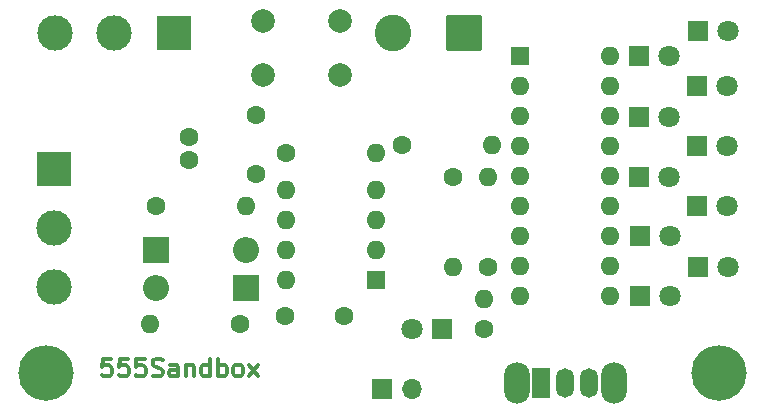
<source format=gts>
G04 #@! TF.GenerationSoftware,KiCad,Pcbnew,8.0.1*
G04 #@! TF.CreationDate,2024-04-15T15:14:11+08:00*
G04 #@! TF.ProjectId,555Sandbox,35353553-616e-4646-926f-782e6b696361,rev?*
G04 #@! TF.SameCoordinates,Original*
G04 #@! TF.FileFunction,Soldermask,Top*
G04 #@! TF.FilePolarity,Negative*
%FSLAX46Y46*%
G04 Gerber Fmt 4.6, Leading zero omitted, Abs format (unit mm)*
G04 Created by KiCad (PCBNEW 8.0.1) date 2024-04-15 15:14:11*
%MOMM*%
%LPD*%
G01*
G04 APERTURE LIST*
G04 Aperture macros list*
%AMRoundRect*
0 Rectangle with rounded corners*
0 $1 Rounding radius*
0 $2 $3 $4 $5 $6 $7 $8 $9 X,Y pos of 4 corners*
0 Add a 4 corners polygon primitive as box body*
4,1,4,$2,$3,$4,$5,$6,$7,$8,$9,$2,$3,0*
0 Add four circle primitives for the rounded corners*
1,1,$1+$1,$2,$3*
1,1,$1+$1,$4,$5*
1,1,$1+$1,$6,$7*
1,1,$1+$1,$8,$9*
0 Add four rect primitives between the rounded corners*
20,1,$1+$1,$2,$3,$4,$5,0*
20,1,$1+$1,$4,$5,$6,$7,0*
20,1,$1+$1,$6,$7,$8,$9,0*
20,1,$1+$1,$8,$9,$2,$3,0*%
G04 Aperture macros list end*
%ADD10C,0.300000*%
%ADD11R,1.600000X1.600000*%
%ADD12O,1.600000X1.600000*%
%ADD13R,1.800000X1.800000*%
%ADD14C,1.800000*%
%ADD15O,2.200000X3.500000*%
%ADD16R,1.500000X2.500000*%
%ADD17O,1.500000X2.500000*%
%ADD18R,1.700000X1.700000*%
%ADD19O,1.700000X1.700000*%
%ADD20C,1.600000*%
%ADD21R,2.200000X2.200000*%
%ADD22O,2.200000X2.200000*%
%ADD23C,2.000000*%
%ADD24RoundRect,0.249999X1.300001X1.300001X-1.300001X1.300001X-1.300001X-1.300001X1.300001X-1.300001X0*%
%ADD25C,3.100000*%
%ADD26C,4.700000*%
%ADD27R,3.000000X3.000000*%
%ADD28C,3.000000*%
G04 APERTURE END LIST*
D10*
X84268796Y-96300828D02*
X83554510Y-96300828D01*
X83554510Y-96300828D02*
X83483082Y-97015114D01*
X83483082Y-97015114D02*
X83554510Y-96943685D01*
X83554510Y-96943685D02*
X83697368Y-96872257D01*
X83697368Y-96872257D02*
X84054510Y-96872257D01*
X84054510Y-96872257D02*
X84197368Y-96943685D01*
X84197368Y-96943685D02*
X84268796Y-97015114D01*
X84268796Y-97015114D02*
X84340225Y-97157971D01*
X84340225Y-97157971D02*
X84340225Y-97515114D01*
X84340225Y-97515114D02*
X84268796Y-97657971D01*
X84268796Y-97657971D02*
X84197368Y-97729400D01*
X84197368Y-97729400D02*
X84054510Y-97800828D01*
X84054510Y-97800828D02*
X83697368Y-97800828D01*
X83697368Y-97800828D02*
X83554510Y-97729400D01*
X83554510Y-97729400D02*
X83483082Y-97657971D01*
X85697367Y-96300828D02*
X84983081Y-96300828D01*
X84983081Y-96300828D02*
X84911653Y-97015114D01*
X84911653Y-97015114D02*
X84983081Y-96943685D01*
X84983081Y-96943685D02*
X85125939Y-96872257D01*
X85125939Y-96872257D02*
X85483081Y-96872257D01*
X85483081Y-96872257D02*
X85625939Y-96943685D01*
X85625939Y-96943685D02*
X85697367Y-97015114D01*
X85697367Y-97015114D02*
X85768796Y-97157971D01*
X85768796Y-97157971D02*
X85768796Y-97515114D01*
X85768796Y-97515114D02*
X85697367Y-97657971D01*
X85697367Y-97657971D02*
X85625939Y-97729400D01*
X85625939Y-97729400D02*
X85483081Y-97800828D01*
X85483081Y-97800828D02*
X85125939Y-97800828D01*
X85125939Y-97800828D02*
X84983081Y-97729400D01*
X84983081Y-97729400D02*
X84911653Y-97657971D01*
X87125938Y-96300828D02*
X86411652Y-96300828D01*
X86411652Y-96300828D02*
X86340224Y-97015114D01*
X86340224Y-97015114D02*
X86411652Y-96943685D01*
X86411652Y-96943685D02*
X86554510Y-96872257D01*
X86554510Y-96872257D02*
X86911652Y-96872257D01*
X86911652Y-96872257D02*
X87054510Y-96943685D01*
X87054510Y-96943685D02*
X87125938Y-97015114D01*
X87125938Y-97015114D02*
X87197367Y-97157971D01*
X87197367Y-97157971D02*
X87197367Y-97515114D01*
X87197367Y-97515114D02*
X87125938Y-97657971D01*
X87125938Y-97657971D02*
X87054510Y-97729400D01*
X87054510Y-97729400D02*
X86911652Y-97800828D01*
X86911652Y-97800828D02*
X86554510Y-97800828D01*
X86554510Y-97800828D02*
X86411652Y-97729400D01*
X86411652Y-97729400D02*
X86340224Y-97657971D01*
X87768795Y-97729400D02*
X87983081Y-97800828D01*
X87983081Y-97800828D02*
X88340223Y-97800828D01*
X88340223Y-97800828D02*
X88483081Y-97729400D01*
X88483081Y-97729400D02*
X88554509Y-97657971D01*
X88554509Y-97657971D02*
X88625938Y-97515114D01*
X88625938Y-97515114D02*
X88625938Y-97372257D01*
X88625938Y-97372257D02*
X88554509Y-97229400D01*
X88554509Y-97229400D02*
X88483081Y-97157971D01*
X88483081Y-97157971D02*
X88340223Y-97086542D01*
X88340223Y-97086542D02*
X88054509Y-97015114D01*
X88054509Y-97015114D02*
X87911652Y-96943685D01*
X87911652Y-96943685D02*
X87840223Y-96872257D01*
X87840223Y-96872257D02*
X87768795Y-96729400D01*
X87768795Y-96729400D02*
X87768795Y-96586542D01*
X87768795Y-96586542D02*
X87840223Y-96443685D01*
X87840223Y-96443685D02*
X87911652Y-96372257D01*
X87911652Y-96372257D02*
X88054509Y-96300828D01*
X88054509Y-96300828D02*
X88411652Y-96300828D01*
X88411652Y-96300828D02*
X88625938Y-96372257D01*
X89911652Y-97800828D02*
X89911652Y-97015114D01*
X89911652Y-97015114D02*
X89840223Y-96872257D01*
X89840223Y-96872257D02*
X89697366Y-96800828D01*
X89697366Y-96800828D02*
X89411652Y-96800828D01*
X89411652Y-96800828D02*
X89268794Y-96872257D01*
X89911652Y-97729400D02*
X89768794Y-97800828D01*
X89768794Y-97800828D02*
X89411652Y-97800828D01*
X89411652Y-97800828D02*
X89268794Y-97729400D01*
X89268794Y-97729400D02*
X89197366Y-97586542D01*
X89197366Y-97586542D02*
X89197366Y-97443685D01*
X89197366Y-97443685D02*
X89268794Y-97300828D01*
X89268794Y-97300828D02*
X89411652Y-97229400D01*
X89411652Y-97229400D02*
X89768794Y-97229400D01*
X89768794Y-97229400D02*
X89911652Y-97157971D01*
X90625937Y-96800828D02*
X90625937Y-97800828D01*
X90625937Y-96943685D02*
X90697366Y-96872257D01*
X90697366Y-96872257D02*
X90840223Y-96800828D01*
X90840223Y-96800828D02*
X91054509Y-96800828D01*
X91054509Y-96800828D02*
X91197366Y-96872257D01*
X91197366Y-96872257D02*
X91268795Y-97015114D01*
X91268795Y-97015114D02*
X91268795Y-97800828D01*
X92625938Y-97800828D02*
X92625938Y-96300828D01*
X92625938Y-97729400D02*
X92483080Y-97800828D01*
X92483080Y-97800828D02*
X92197366Y-97800828D01*
X92197366Y-97800828D02*
X92054509Y-97729400D01*
X92054509Y-97729400D02*
X91983080Y-97657971D01*
X91983080Y-97657971D02*
X91911652Y-97515114D01*
X91911652Y-97515114D02*
X91911652Y-97086542D01*
X91911652Y-97086542D02*
X91983080Y-96943685D01*
X91983080Y-96943685D02*
X92054509Y-96872257D01*
X92054509Y-96872257D02*
X92197366Y-96800828D01*
X92197366Y-96800828D02*
X92483080Y-96800828D01*
X92483080Y-96800828D02*
X92625938Y-96872257D01*
X93340223Y-97800828D02*
X93340223Y-96300828D01*
X93340223Y-96872257D02*
X93483081Y-96800828D01*
X93483081Y-96800828D02*
X93768795Y-96800828D01*
X93768795Y-96800828D02*
X93911652Y-96872257D01*
X93911652Y-96872257D02*
X93983081Y-96943685D01*
X93983081Y-96943685D02*
X94054509Y-97086542D01*
X94054509Y-97086542D02*
X94054509Y-97515114D01*
X94054509Y-97515114D02*
X93983081Y-97657971D01*
X93983081Y-97657971D02*
X93911652Y-97729400D01*
X93911652Y-97729400D02*
X93768795Y-97800828D01*
X93768795Y-97800828D02*
X93483081Y-97800828D01*
X93483081Y-97800828D02*
X93340223Y-97729400D01*
X94911652Y-97800828D02*
X94768795Y-97729400D01*
X94768795Y-97729400D02*
X94697366Y-97657971D01*
X94697366Y-97657971D02*
X94625938Y-97515114D01*
X94625938Y-97515114D02*
X94625938Y-97086542D01*
X94625938Y-97086542D02*
X94697366Y-96943685D01*
X94697366Y-96943685D02*
X94768795Y-96872257D01*
X94768795Y-96872257D02*
X94911652Y-96800828D01*
X94911652Y-96800828D02*
X95125938Y-96800828D01*
X95125938Y-96800828D02*
X95268795Y-96872257D01*
X95268795Y-96872257D02*
X95340224Y-96943685D01*
X95340224Y-96943685D02*
X95411652Y-97086542D01*
X95411652Y-97086542D02*
X95411652Y-97515114D01*
X95411652Y-97515114D02*
X95340224Y-97657971D01*
X95340224Y-97657971D02*
X95268795Y-97729400D01*
X95268795Y-97729400D02*
X95125938Y-97800828D01*
X95125938Y-97800828D02*
X94911652Y-97800828D01*
X95911652Y-97800828D02*
X96697367Y-96800828D01*
X95911652Y-96800828D02*
X96697367Y-97800828D01*
D11*
X106700000Y-89600000D03*
D12*
X106700000Y-87060000D03*
X106700000Y-84520000D03*
X106700000Y-81980000D03*
X99080000Y-81980000D03*
X99080000Y-84520000D03*
X99080000Y-87060000D03*
X99080000Y-89600000D03*
D13*
X128990000Y-75800000D03*
D14*
X131530000Y-75800000D03*
D15*
X118600000Y-98400000D03*
X126800000Y-98400000D03*
D16*
X120700000Y-98400000D03*
D17*
X122700000Y-98400000D03*
X124700000Y-98400000D03*
D18*
X107220000Y-98900000D03*
D19*
X109760000Y-98900000D03*
D13*
X112300000Y-93800000D03*
D14*
X109760000Y-93800000D03*
D20*
X113200000Y-80880000D03*
D12*
X113200000Y-88500000D03*
D21*
X88090000Y-87100000D03*
D22*
X95710000Y-87100000D03*
D23*
X97150000Y-67750000D03*
X103650000Y-67750000D03*
X97150000Y-72250000D03*
X103650000Y-72250000D03*
D20*
X90900000Y-77500000D03*
X90900000Y-79500000D03*
D13*
X133890000Y-73200000D03*
D14*
X136430000Y-73200000D03*
D20*
X95200000Y-93400000D03*
D12*
X87580000Y-93400000D03*
D20*
X115800000Y-93800000D03*
D12*
X115800000Y-91260000D03*
D13*
X133890000Y-83400000D03*
D14*
X136430000Y-83400000D03*
D11*
X118880000Y-70700000D03*
D12*
X118880000Y-73240000D03*
X118880000Y-75780000D03*
X118880000Y-78320000D03*
X118880000Y-80860000D03*
X118880000Y-83400000D03*
X118880000Y-85940000D03*
X118880000Y-88480000D03*
X118880000Y-91020000D03*
X126500000Y-91020000D03*
X126500000Y-88480000D03*
X126500000Y-85940000D03*
X126500000Y-83400000D03*
X126500000Y-80860000D03*
X126500000Y-78320000D03*
X126500000Y-75780000D03*
X126500000Y-73240000D03*
X126500000Y-70700000D03*
D13*
X133925000Y-88500000D03*
D14*
X136465000Y-88500000D03*
D20*
X108890000Y-78200000D03*
D12*
X116510000Y-78200000D03*
D24*
X114100000Y-68750000D03*
D25*
X108100000Y-68750000D03*
D20*
X88090000Y-83400000D03*
D12*
X95710000Y-83400000D03*
D13*
X128990000Y-80900000D03*
D14*
X131530000Y-80900000D03*
D20*
X96500000Y-80700000D03*
X96500000Y-75700000D03*
D26*
X135750000Y-97500000D03*
D21*
X95710000Y-90300000D03*
D22*
X88090000Y-90300000D03*
D20*
X99000000Y-92700000D03*
X104000000Y-92700000D03*
D13*
X128990000Y-70700000D03*
D14*
X131530000Y-70700000D03*
D20*
X116200000Y-88500000D03*
D12*
X116200000Y-80880000D03*
D13*
X133890000Y-78300000D03*
D14*
X136430000Y-78300000D03*
D26*
X78750000Y-97500000D03*
D13*
X133925000Y-68600000D03*
D14*
X136465000Y-68600000D03*
D13*
X129060000Y-91000000D03*
D14*
X131600000Y-91000000D03*
D20*
X99090000Y-78900000D03*
D12*
X106710000Y-78900000D03*
D13*
X129025000Y-85900000D03*
D14*
X131565000Y-85900000D03*
D27*
X89550000Y-68750000D03*
D28*
X84550000Y-68750000D03*
X79550000Y-68750000D03*
D27*
X79400000Y-80250000D03*
D28*
X79400000Y-85250000D03*
X79400000Y-90250000D03*
M02*

</source>
